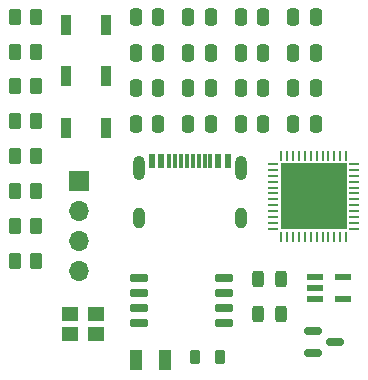
<source format=gbr>
%TF.GenerationSoftware,KiCad,Pcbnew,7.0.8*%
%TF.CreationDate,2023-10-22T22:03:38+02:00*%
%TF.ProjectId,Doodle Drive,446f6f64-6c65-4204-9472-6976652e6b69,1.0V*%
%TF.SameCoordinates,Original*%
%TF.FileFunction,Copper,L1,Top*%
%TF.FilePolarity,Positive*%
%FSLAX46Y46*%
G04 Gerber Fmt 4.6, Leading zero omitted, Abs format (unit mm)*
G04 Created by KiCad (PCBNEW 7.0.8) date 2023-10-22 22:03:38*
%MOMM*%
%LPD*%
G01*
G04 APERTURE LIST*
G04 Aperture macros list*
%AMRoundRect*
0 Rectangle with rounded corners*
0 $1 Rounding radius*
0 $2 $3 $4 $5 $6 $7 $8 $9 X,Y pos of 4 corners*
0 Add a 4 corners polygon primitive as box body*
4,1,4,$2,$3,$4,$5,$6,$7,$8,$9,$2,$3,0*
0 Add four circle primitives for the rounded corners*
1,1,$1+$1,$2,$3*
1,1,$1+$1,$4,$5*
1,1,$1+$1,$6,$7*
1,1,$1+$1,$8,$9*
0 Add four rect primitives between the rounded corners*
20,1,$1+$1,$2,$3,$4,$5,0*
20,1,$1+$1,$4,$5,$6,$7,0*
20,1,$1+$1,$6,$7,$8,$9,0*
20,1,$1+$1,$8,$9,$2,$3,0*%
G04 Aperture macros list end*
%TA.AperFunction,SMDPad,CuDef*%
%ADD10RoundRect,0.250000X-0.250000X-0.475000X0.250000X-0.475000X0.250000X0.475000X-0.250000X0.475000X0*%
%TD*%
%TA.AperFunction,SMDPad,CuDef*%
%ADD11RoundRect,0.250000X-0.262500X-0.450000X0.262500X-0.450000X0.262500X0.450000X-0.262500X0.450000X0*%
%TD*%
%TA.AperFunction,SMDPad,CuDef*%
%ADD12RoundRect,0.059000X-0.626000X0.236000X-0.626000X-0.236000X0.626000X-0.236000X0.626000X0.236000X0*%
%TD*%
%TA.AperFunction,SMDPad,CuDef*%
%ADD13R,1.000000X1.800000*%
%TD*%
%TA.AperFunction,SMDPad,CuDef*%
%ADD14RoundRect,0.243750X-0.243750X-0.456250X0.243750X-0.456250X0.243750X0.456250X-0.243750X0.456250X0*%
%TD*%
%TA.AperFunction,SMDPad,CuDef*%
%ADD15R,0.600000X1.240000*%
%TD*%
%TA.AperFunction,SMDPad,CuDef*%
%ADD16R,0.300000X1.240000*%
%TD*%
%TA.AperFunction,ComponentPad*%
%ADD17O,1.000000X2.100000*%
%TD*%
%TA.AperFunction,ComponentPad*%
%ADD18O,1.000000X1.800000*%
%TD*%
%TA.AperFunction,SMDPad,CuDef*%
%ADD19RoundRect,0.218750X-0.218750X-0.381250X0.218750X-0.381250X0.218750X0.381250X-0.218750X0.381250X0*%
%TD*%
%TA.AperFunction,SMDPad,CuDef*%
%ADD20R,0.900000X1.700000*%
%TD*%
%TA.AperFunction,SMDPad,CuDef*%
%ADD21RoundRect,0.062500X-0.375000X-0.062500X0.375000X-0.062500X0.375000X0.062500X-0.375000X0.062500X0*%
%TD*%
%TA.AperFunction,SMDPad,CuDef*%
%ADD22RoundRect,0.062500X-0.062500X-0.375000X0.062500X-0.375000X0.062500X0.375000X-0.062500X0.375000X0*%
%TD*%
%TA.AperFunction,SMDPad,CuDef*%
%ADD23R,5.600000X5.600000*%
%TD*%
%TA.AperFunction,SMDPad,CuDef*%
%ADD24RoundRect,0.150000X-0.650000X-0.150000X0.650000X-0.150000X0.650000X0.150000X-0.650000X0.150000X0*%
%TD*%
%TA.AperFunction,SMDPad,CuDef*%
%ADD25R,1.400000X1.200000*%
%TD*%
%TA.AperFunction,SMDPad,CuDef*%
%ADD26RoundRect,0.150000X-0.587500X-0.150000X0.587500X-0.150000X0.587500X0.150000X-0.587500X0.150000X0*%
%TD*%
%TA.AperFunction,ComponentPad*%
%ADD27R,1.700000X1.700000*%
%TD*%
%TA.AperFunction,ComponentPad*%
%ADD28O,1.700000X1.700000*%
%TD*%
G04 APERTURE END LIST*
D10*
%TO.P,C10,1*%
%TO.N,Net-(U1-PC15)*%
X102482500Y-72040000D03*
%TO.P,C10,2*%
%TO.N,GND*%
X104382500Y-72040000D03*
%TD*%
%TO.P,C8,1*%
%TO.N,GND*%
X98032500Y-78060000D03*
%TO.P,C8,2*%
%TO.N,+3V3*%
X99932500Y-78060000D03*
%TD*%
D11*
%TO.P,R8,1*%
%TO.N,Net-(D1-A)*%
X83340000Y-89650000D03*
%TO.P,R8,2*%
%TO.N,+3V3*%
X85165000Y-89650000D03*
%TD*%
D12*
%TO.P,U6,1,VIN*%
%TO.N,+5V*%
X108763312Y-91020000D03*
%TO.P,U6,2,GND*%
%TO.N,GND*%
X108763312Y-91970000D03*
%TO.P,U6,3,EN*%
%TO.N,+5V*%
X108763312Y-92920000D03*
%TO.P,U6,4,NC*%
%TO.N,GND*%
X111113312Y-92920000D03*
%TO.P,U6,5,VOUT*%
%TO.N,+3V3*%
X111113312Y-91020000D03*
%TD*%
D11*
%TO.P,R2,1*%
%TO.N,BOOT0*%
X83340000Y-71950000D03*
%TO.P,R2,2*%
%TO.N,GND*%
X85165000Y-71950000D03*
%TD*%
%TO.P,R1,1*%
%TO.N,GND*%
X83340000Y-69000000D03*
%TO.P,R1,2*%
%TO.N,PB2*%
X85165000Y-69000000D03*
%TD*%
D10*
%TO.P,C6,1*%
%TO.N,GND*%
X98032500Y-72040000D03*
%TO.P,C6,2*%
%TO.N,Net-(U1-PH0)*%
X99932500Y-72040000D03*
%TD*%
D13*
%TO.P,Y1,1,1*%
%TO.N,Net-(U1-PC15)*%
X96082500Y-98090000D03*
%TO.P,Y1,2,2*%
%TO.N,Net-(U1-PC14)*%
X93582500Y-98090000D03*
%TD*%
D14*
%TO.P,D1,1,K*%
%TO.N,PC13*%
X103965000Y-91165000D03*
%TO.P,D1,2,A*%
%TO.N,Net-(D1-A)*%
X105840000Y-91165000D03*
%TD*%
D10*
%TO.P,C4,1*%
%TO.N,GND*%
X93582500Y-78060000D03*
%TO.P,C4,2*%
%TO.N,VREF+*%
X95482500Y-78060000D03*
%TD*%
%TO.P,C17,1*%
%TO.N,+5V*%
X106932500Y-75050000D03*
%TO.P,C17,2*%
%TO.N,GND*%
X108832500Y-75050000D03*
%TD*%
%TO.P,C9,1*%
%TO.N,GND*%
X102482500Y-69030000D03*
%TO.P,C9,2*%
%TO.N,Net-(U1-PC14)*%
X104382500Y-69030000D03*
%TD*%
D11*
%TO.P,R6,1*%
%TO.N,PA11*%
X83340000Y-83750000D03*
%TO.P,R6,2*%
%TO.N,Net-(J1-D--PadA7)*%
X85165000Y-83750000D03*
%TD*%
D10*
%TO.P,C12,1*%
%TO.N,GND*%
X102482500Y-78060000D03*
%TO.P,C12,2*%
%TO.N,+3V3*%
X104382500Y-78060000D03*
%TD*%
D15*
%TO.P,J1,A1,GND*%
%TO.N,GND*%
X94952500Y-81215000D03*
%TO.P,J1,A4,VBUS*%
%TO.N,+5V*%
X95752500Y-81215000D03*
D16*
%TO.P,J1,A5,CC1*%
%TO.N,Net-(J1-CC1)*%
X96902500Y-81215000D03*
%TO.P,J1,A6,D+*%
%TO.N,Net-(J1-D+-PadA6)*%
X97902500Y-81215000D03*
%TO.P,J1,A7,D-*%
%TO.N,Net-(J1-D--PadA7)*%
X98402500Y-81215000D03*
%TO.P,J1,A8,SBU1*%
%TO.N,Net-(J1-SBU1)*%
X99402500Y-81215000D03*
D15*
%TO.P,J1,A9,VBUS*%
%TO.N,+5V*%
X100552500Y-81215000D03*
%TO.P,J1,A12,GND*%
%TO.N,GND*%
X101352500Y-81215000D03*
%TO.P,J1,B1,GND*%
X101352500Y-81215000D03*
%TO.P,J1,B4,VBUS*%
%TO.N,+5V*%
X100552500Y-81215000D03*
D16*
%TO.P,J1,B5,CC2*%
%TO.N,Net-(J1-CC1)*%
X99902500Y-81215000D03*
%TO.P,J1,B6,D+*%
%TO.N,Net-(J1-D+-PadA6)*%
X98902500Y-81215000D03*
%TO.P,J1,B7,D-*%
%TO.N,Net-(J1-D--PadA7)*%
X97402500Y-81215000D03*
%TO.P,J1,B8,SBU2*%
%TO.N,Net-(J1-SBU1)*%
X96402500Y-81215000D03*
D15*
%TO.P,J1,B9,VBUS*%
%TO.N,+5V*%
X95752500Y-81215000D03*
%TO.P,J1,B12,GND*%
%TO.N,GND*%
X94952500Y-81215000D03*
D17*
%TO.P,J1,S1,SHIELD*%
X93832500Y-81815000D03*
D18*
X93832500Y-86015000D03*
D17*
X102472500Y-81815000D03*
D18*
X102472500Y-86015000D03*
%TD*%
D10*
%TO.P,C13,1*%
%TO.N,GND*%
X106932500Y-69030000D03*
%TO.P,C13,2*%
%TO.N,+3V3*%
X108832500Y-69030000D03*
%TD*%
D19*
%TO.P,L1,1,1*%
%TO.N,+3V3*%
X98570000Y-97790000D03*
%TO.P,L1,2,2*%
%TO.N,VREF+*%
X100695000Y-97790000D03*
%TD*%
D10*
%TO.P,C11,1*%
%TO.N,+3V3*%
X102482500Y-75050000D03*
%TO.P,C11,2*%
%TO.N,GND*%
X104382500Y-75050000D03*
%TD*%
%TO.P,C7,1*%
%TO.N,GND*%
X98032500Y-75050000D03*
%TO.P,C7,2*%
%TO.N,Net-(U1-PH1)*%
X99932500Y-75050000D03*
%TD*%
D14*
%TO.P,D2,1,K*%
%TO.N,GND*%
X103965000Y-94205000D03*
%TO.P,D2,2,A*%
%TO.N,Net-(D2-A)*%
X105840000Y-94205000D03*
%TD*%
D11*
%TO.P,R5,1*%
%TO.N,Net-(J1-CC1)*%
X83340000Y-80800000D03*
%TO.P,R5,2*%
%TO.N,GND*%
X85165000Y-80800000D03*
%TD*%
D10*
%TO.P,C1,1*%
%TO.N,GND*%
X93582500Y-69030000D03*
%TO.P,C1,2*%
%TO.N,+3V3*%
X95482500Y-69030000D03*
%TD*%
%TO.P,C14,1*%
%TO.N,GND*%
X106932500Y-72040000D03*
%TO.P,C14,2*%
%TO.N,NRST*%
X108832500Y-72040000D03*
%TD*%
D20*
%TO.P,SW2,1*%
%TO.N,PA0*%
X87682500Y-74050000D03*
%TO.P,SW2,2*%
%TO.N,GND*%
X91082500Y-74050000D03*
%TD*%
D10*
%TO.P,C3,1*%
%TO.N,GND*%
X93582500Y-75050000D03*
%TO.P,C3,2*%
%TO.N,+3V3*%
X95482500Y-75050000D03*
%TD*%
%TO.P,C5,1*%
%TO.N,GND*%
X98032500Y-69030000D03*
%TO.P,C5,2*%
%TO.N,VBAT*%
X99932500Y-69030000D03*
%TD*%
%TO.P,C2,1*%
%TO.N,GND*%
X93582500Y-72040000D03*
%TO.P,C2,2*%
%TO.N,+5V*%
X95482500Y-72040000D03*
%TD*%
D21*
%TO.P,U1,1,VBAT*%
%TO.N,VBAT*%
X105205000Y-81460000D03*
%TO.P,U1,2,PC13*%
%TO.N,PC13*%
X105205000Y-81960000D03*
%TO.P,U1,3,PC14*%
%TO.N,Net-(U1-PC14)*%
X105205000Y-82460000D03*
%TO.P,U1,4,PC15*%
%TO.N,Net-(U1-PC15)*%
X105205000Y-82960000D03*
%TO.P,U1,5,PH0*%
%TO.N,Net-(U1-PH0)*%
X105205000Y-83460000D03*
%TO.P,U1,6,PH1*%
%TO.N,Net-(U1-PH1)*%
X105205000Y-83960000D03*
%TO.P,U1,7,NRST*%
%TO.N,NRST*%
X105205000Y-84460000D03*
%TO.P,U1,8,VSSA*%
%TO.N,GND*%
X105205000Y-84960000D03*
%TO.P,U1,9,VREF+*%
%TO.N,VREF+*%
X105205000Y-85460000D03*
%TO.P,U1,10,PA0*%
%TO.N,PA0*%
X105205000Y-85960000D03*
%TO.P,U1,11,PA1*%
%TO.N,PA1*%
X105205000Y-86460000D03*
%TO.P,U1,12,PA2*%
%TO.N,PA2*%
X105205000Y-86960000D03*
D22*
%TO.P,U1,13,PA3*%
%TO.N,PA3*%
X105892500Y-87647500D03*
%TO.P,U1,14,PA4*%
%TO.N,PA4*%
X106392500Y-87647500D03*
%TO.P,U1,15,PA5*%
%TO.N,PA5*%
X106892500Y-87647500D03*
%TO.P,U1,16,PA6*%
%TO.N,PA6*%
X107392500Y-87647500D03*
%TO.P,U1,17,PA7*%
%TO.N,PA7*%
X107892500Y-87647500D03*
%TO.P,U1,18,PB0*%
%TO.N,PB0*%
X108392500Y-87647500D03*
%TO.P,U1,19,PB1*%
%TO.N,PB1*%
X108892500Y-87647500D03*
%TO.P,U1,20,PB2*%
%TO.N,PB2*%
X109392500Y-87647500D03*
%TO.P,U1,21,PB10*%
%TO.N,PB10*%
X109892500Y-87647500D03*
%TO.P,U1,22,VCAP1*%
%TO.N,Net-(U1-VCAP1)*%
X110392500Y-87647500D03*
%TO.P,U1,23,VSS*%
%TO.N,GND*%
X110892500Y-87647500D03*
%TO.P,U1,24,VDD*%
%TO.N,+3V3*%
X111392500Y-87647500D03*
D21*
%TO.P,U1,25,PB12*%
%TO.N,PB11*%
X112080000Y-86960000D03*
%TO.P,U1,26,PB13*%
%TO.N,PB12*%
X112080000Y-86460000D03*
%TO.P,U1,27,PB14*%
%TO.N,PB13*%
X112080000Y-85960000D03*
%TO.P,U1,28,PB15*%
%TO.N,PB14*%
X112080000Y-85460000D03*
%TO.P,U1,29,PA8*%
%TO.N,PA8*%
X112080000Y-84960000D03*
%TO.P,U1,30,PA9*%
%TO.N,PA9*%
X112080000Y-84460000D03*
%TO.P,U1,31,PA10*%
%TO.N,PA10*%
X112080000Y-83960000D03*
%TO.P,U1,32,PA11*%
%TO.N,PA11*%
X112080000Y-83460000D03*
%TO.P,U1,33,PA12*%
%TO.N,PA12*%
X112080000Y-82960000D03*
%TO.P,U1,34,PA13*%
%TO.N,PA13*%
X112080000Y-82460000D03*
%TO.P,U1,35,VSS*%
%TO.N,GND*%
X112080000Y-81960000D03*
%TO.P,U1,36,VDD*%
%TO.N,+3V3*%
X112080000Y-81460000D03*
D22*
%TO.P,U1,37,PA14*%
%TO.N,PA14*%
X111392500Y-80772500D03*
%TO.P,U1,38,PA15*%
%TO.N,PA15*%
X110892500Y-80772500D03*
%TO.P,U1,39,PB3*%
%TO.N,PB3*%
X110392500Y-80772500D03*
%TO.P,U1,40,PB4*%
%TO.N,PB4*%
X109892500Y-80772500D03*
%TO.P,U1,41,PB5*%
%TO.N,PB5*%
X109392500Y-80772500D03*
%TO.P,U1,42,PB6*%
%TO.N,PB6*%
X108892500Y-80772500D03*
%TO.P,U1,43,PB7*%
%TO.N,PB7*%
X108392500Y-80772500D03*
%TO.P,U1,44,BOOT0*%
%TO.N,BOOT0*%
X107892500Y-80772500D03*
%TO.P,U1,45,PB8*%
%TO.N,PB8*%
X107392500Y-80772500D03*
%TO.P,U1,46,PB9*%
%TO.N,PB9*%
X106892500Y-80772500D03*
%TO.P,U1,47,VSS*%
%TO.N,GND*%
X106392500Y-80772500D03*
%TO.P,U1,48,VDD*%
%TO.N,+3V3*%
X105892500Y-80772500D03*
D23*
%TO.P,U1,49,VSS*%
%TO.N,GND*%
X108642500Y-84210000D03*
%TD*%
D20*
%TO.P,SW1,1*%
%TO.N,+3.3V*%
X87682500Y-69700000D03*
%TO.P,SW1,2*%
%TO.N,BOOT0*%
X91082500Y-69700000D03*
%TD*%
D11*
%TO.P,R4,1*%
%TO.N,NRST*%
X83340000Y-77850000D03*
%TO.P,R4,2*%
%TO.N,+3.3V*%
X85165000Y-77850000D03*
%TD*%
D24*
%TO.P,U8,1,~{CS}*%
%TO.N,PA4*%
X93882500Y-91125000D03*
%TO.P,U8,2,DO(IO1)*%
%TO.N,PB4*%
X93882500Y-92395000D03*
%TO.P,U8,3,IO2*%
%TO.N,+3V3*%
X93882500Y-93665000D03*
%TO.P,U8,4,GND*%
%TO.N,GND*%
X93882500Y-94935000D03*
%TO.P,U8,5,DI(IO0)*%
%TO.N,PA7*%
X101082500Y-94935000D03*
%TO.P,U8,6,CLK*%
%TO.N,PA5*%
X101082500Y-93665000D03*
%TO.P,U8,7,IO3*%
%TO.N,+3V3*%
X101082500Y-92395000D03*
%TO.P,U8,8,VCC*%
X101082500Y-91125000D03*
%TD*%
D25*
%TO.P,Y3,1,1*%
%TO.N,Net-(U1-PH1)*%
X87982500Y-95900000D03*
%TO.P,Y3,2,2*%
%TO.N,GND*%
X90182500Y-95900000D03*
%TO.P,Y3,3,3*%
%TO.N,Net-(U1-PH0)*%
X90182500Y-94200000D03*
%TO.P,Y3,4,4*%
%TO.N,GND*%
X87982500Y-94200000D03*
%TD*%
D26*
%TO.P,D3,1*%
%TO.N,VB*%
X108615000Y-95570000D03*
%TO.P,D3,2*%
%TO.N,+3V3*%
X108615000Y-97470000D03*
%TO.P,D3,3*%
%TO.N,VBAT*%
X110490000Y-96520000D03*
%TD*%
D27*
%TO.P,J2,1*%
%TO.N,+3V3*%
X88782500Y-82900000D03*
D28*
%TO.P,J2,2*%
%TO.N,PA13*%
X88782500Y-85440000D03*
%TO.P,J2,3*%
%TO.N,PA14*%
X88782500Y-87980000D03*
%TO.P,J2,4*%
%TO.N,GND*%
X88782500Y-90520000D03*
%TD*%
D20*
%TO.P,SW3,1*%
%TO.N,NRST*%
X87682500Y-78400000D03*
%TO.P,SW3,2*%
%TO.N,GND*%
X91082500Y-78400000D03*
%TD*%
D11*
%TO.P,R3,1*%
%TO.N,Net-(D2-A)*%
X83340000Y-74900000D03*
%TO.P,R3,2*%
%TO.N,+3V3*%
X85165000Y-74900000D03*
%TD*%
D10*
%TO.P,C19,1*%
%TO.N,Net-(U1-VCAP1)*%
X106932500Y-78060000D03*
%TO.P,C19,2*%
%TO.N,GND*%
X108832500Y-78060000D03*
%TD*%
D11*
%TO.P,R7,1*%
%TO.N,Net-(J1-D+-PadA6)*%
X83340000Y-86700000D03*
%TO.P,R7,2*%
%TO.N,PA12*%
X85165000Y-86700000D03*
%TD*%
M02*

</source>
